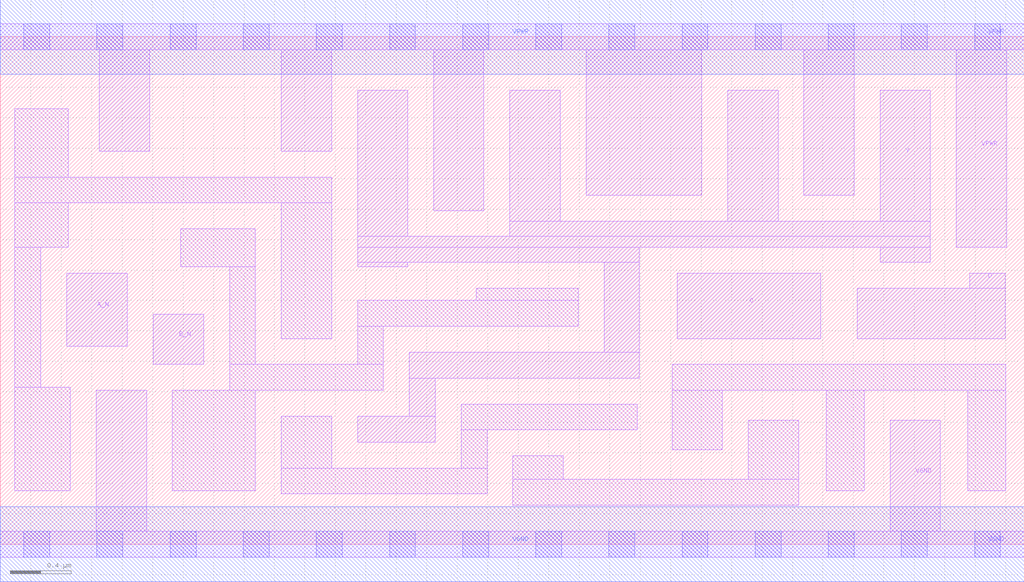
<source format=lef>
# Copyright 2020 The SkyWater PDK Authors
#
# Licensed under the Apache License, Version 2.0 (the "License");
# you may not use this file except in compliance with the License.
# You may obtain a copy of the License at
#
#     https://www.apache.org/licenses/LICENSE-2.0
#
# Unless required by applicable law or agreed to in writing, software
# distributed under the License is distributed on an "AS IS" BASIS,
# WITHOUT WARRANTIES OR CONDITIONS OF ANY KIND, either express or implied.
# See the License for the specific language governing permissions and
# limitations under the License.
#
# SPDX-License-Identifier: Apache-2.0

VERSION 5.7 ;
  NAMESCASESENSITIVE ON ;
  NOWIREEXTENSIONATPIN ON ;
  DIVIDERCHAR "/" ;
  BUSBITCHARS "[]" ;
UNITS
  DATABASE MICRONS 200 ;
END UNITS
MACRO sky130_fd_sc_hs__nand4bb_2
  CLASS CORE ;
  SOURCE USER ;
  FOREIGN sky130_fd_sc_hs__nand4bb_2 ;
  ORIGIN  0.000000  0.000000 ;
  SIZE  6.720000 BY  3.330000 ;
  SYMMETRY X Y ;
  SITE unit ;
  PIN A_N
    ANTENNAGATEAREA  0.246000 ;
    DIRECTION INPUT ;
    USE SIGNAL ;
    PORT
      LAYER li1 ;
        RECT 0.435000 1.300000 0.835000 1.780000 ;
    END
  END A_N
  PIN B_N
    ANTENNAGATEAREA  0.246000 ;
    DIRECTION INPUT ;
    USE SIGNAL ;
    PORT
      LAYER li1 ;
        RECT 1.005000 1.180000 1.335000 1.510000 ;
    END
  END B_N
  PIN C
    ANTENNAGATEAREA  0.558000 ;
    DIRECTION INPUT ;
    USE SIGNAL ;
    PORT
      LAYER li1 ;
        RECT 4.445000 1.350000 5.385000 1.780000 ;
    END
  END C
  PIN D
    ANTENNAGATEAREA  0.558000 ;
    DIRECTION INPUT ;
    USE SIGNAL ;
    PORT
      LAYER li1 ;
        RECT 5.625000 1.350000 6.595000 1.680000 ;
        RECT 6.365000 1.680000 6.595000 1.780000 ;
    END
  END D
  PIN Y
    ANTENNADIFFAREA  1.614500 ;
    DIRECTION OUTPUT ;
    USE SIGNAL ;
    PORT
      LAYER li1 ;
        RECT 2.345000 0.670000 2.855000 0.840000 ;
        RECT 2.345000 1.820000 2.675000 1.850000 ;
        RECT 2.345000 1.850000 4.195000 1.950000 ;
        RECT 2.345000 1.950000 6.105000 2.020000 ;
        RECT 2.345000 2.020000 2.675000 2.980000 ;
        RECT 2.685000 0.840000 2.855000 1.090000 ;
        RECT 2.685000 1.090000 4.195000 1.260000 ;
        RECT 3.345000 2.020000 6.105000 2.120000 ;
        RECT 3.345000 2.120000 3.675000 2.980000 ;
        RECT 3.965000 1.260000 4.195000 1.850000 ;
        RECT 4.775000 2.120000 5.105000 2.980000 ;
        RECT 5.775000 1.850000 6.105000 1.950000 ;
        RECT 5.775000 2.120000 6.105000 2.980000 ;
    END
  END Y
  PIN VGND
    DIRECTION INOUT ;
    USE GROUND ;
    PORT
      LAYER li1 ;
        RECT 0.000000 -0.085000 6.720000 0.085000 ;
        RECT 0.630000  0.085000 0.960000 1.010000 ;
        RECT 5.840000  0.085000 6.170000 0.815000 ;
      LAYER mcon ;
        RECT 0.155000 -0.085000 0.325000 0.085000 ;
        RECT 0.635000 -0.085000 0.805000 0.085000 ;
        RECT 1.115000 -0.085000 1.285000 0.085000 ;
        RECT 1.595000 -0.085000 1.765000 0.085000 ;
        RECT 2.075000 -0.085000 2.245000 0.085000 ;
        RECT 2.555000 -0.085000 2.725000 0.085000 ;
        RECT 3.035000 -0.085000 3.205000 0.085000 ;
        RECT 3.515000 -0.085000 3.685000 0.085000 ;
        RECT 3.995000 -0.085000 4.165000 0.085000 ;
        RECT 4.475000 -0.085000 4.645000 0.085000 ;
        RECT 4.955000 -0.085000 5.125000 0.085000 ;
        RECT 5.435000 -0.085000 5.605000 0.085000 ;
        RECT 5.915000 -0.085000 6.085000 0.085000 ;
        RECT 6.395000 -0.085000 6.565000 0.085000 ;
      LAYER met1 ;
        RECT 0.000000 -0.245000 6.720000 0.245000 ;
    END
  END VGND
  PIN VPWR
    DIRECTION INOUT ;
    USE POWER ;
    PORT
      LAYER li1 ;
        RECT 0.000000 3.245000 6.720000 3.415000 ;
        RECT 0.650000 2.580000 0.980000 3.245000 ;
        RECT 1.845000 2.580000 2.175000 3.245000 ;
        RECT 2.845000 2.190000 3.175000 3.245000 ;
        RECT 3.845000 2.290000 4.605000 3.245000 ;
        RECT 5.275000 2.290000 5.605000 3.245000 ;
        RECT 6.275000 1.950000 6.605000 3.245000 ;
      LAYER mcon ;
        RECT 0.155000 3.245000 0.325000 3.415000 ;
        RECT 0.635000 3.245000 0.805000 3.415000 ;
        RECT 1.115000 3.245000 1.285000 3.415000 ;
        RECT 1.595000 3.245000 1.765000 3.415000 ;
        RECT 2.075000 3.245000 2.245000 3.415000 ;
        RECT 2.555000 3.245000 2.725000 3.415000 ;
        RECT 3.035000 3.245000 3.205000 3.415000 ;
        RECT 3.515000 3.245000 3.685000 3.415000 ;
        RECT 3.995000 3.245000 4.165000 3.415000 ;
        RECT 4.475000 3.245000 4.645000 3.415000 ;
        RECT 4.955000 3.245000 5.125000 3.415000 ;
        RECT 5.435000 3.245000 5.605000 3.415000 ;
        RECT 5.915000 3.245000 6.085000 3.415000 ;
        RECT 6.395000 3.245000 6.565000 3.415000 ;
      LAYER met1 ;
        RECT 0.000000 3.085000 6.720000 3.575000 ;
    END
  END VPWR
  OBS
    LAYER li1 ;
      RECT 0.095000 0.350000 0.460000 1.030000 ;
      RECT 0.095000 1.030000 0.265000 1.950000 ;
      RECT 0.095000 1.950000 0.445000 2.240000 ;
      RECT 0.095000 2.240000 2.175000 2.410000 ;
      RECT 0.095000 2.410000 0.445000 2.860000 ;
      RECT 1.130000 0.350000 1.675000 1.010000 ;
      RECT 1.185000 1.820000 1.675000 2.070000 ;
      RECT 1.505000 1.010000 2.515000 1.180000 ;
      RECT 1.505000 1.180000 1.675000 1.820000 ;
      RECT 1.845000 0.330000 3.195000 0.500000 ;
      RECT 1.845000 0.500000 2.175000 0.840000 ;
      RECT 1.845000 1.350000 2.175000 2.240000 ;
      RECT 2.345000 1.180000 2.515000 1.430000 ;
      RECT 2.345000 1.430000 3.795000 1.600000 ;
      RECT 3.025000 0.500000 3.195000 0.750000 ;
      RECT 3.025000 0.750000 4.180000 0.920000 ;
      RECT 3.125000 1.600000 3.795000 1.680000 ;
      RECT 3.365000 0.255000 5.240000 0.425000 ;
      RECT 3.365000 0.425000 3.695000 0.580000 ;
      RECT 4.410000 0.620000 4.740000 1.010000 ;
      RECT 4.410000 1.010000 6.600000 1.180000 ;
      RECT 4.910000 0.425000 5.240000 0.815000 ;
      RECT 5.420000 0.350000 5.670000 1.010000 ;
      RECT 6.350000 0.350000 6.600000 1.010000 ;
  END
END sky130_fd_sc_hs__nand4bb_2

</source>
